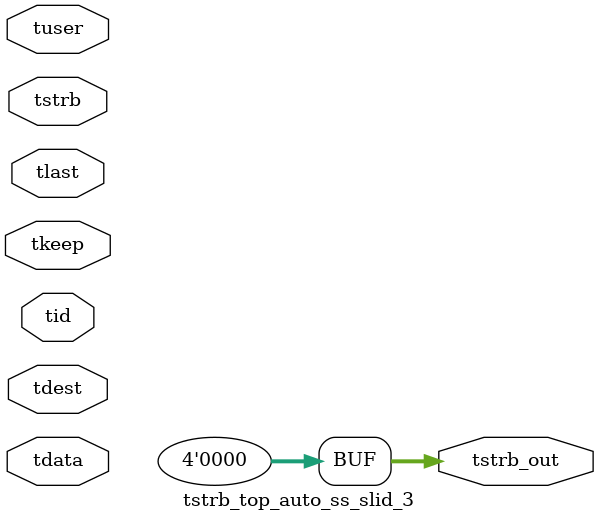
<source format=v>


`timescale 1ps/1ps

module tstrb_top_auto_ss_slid_3 #
(
parameter C_S_AXIS_TDATA_WIDTH = 32,
parameter C_S_AXIS_TUSER_WIDTH = 0,
parameter C_S_AXIS_TID_WIDTH   = 0,
parameter C_S_AXIS_TDEST_WIDTH = 0,
parameter C_M_AXIS_TDATA_WIDTH = 32
)
(
input  [(C_S_AXIS_TDATA_WIDTH == 0 ? 1 : C_S_AXIS_TDATA_WIDTH)-1:0     ] tdata,
input  [(C_S_AXIS_TUSER_WIDTH == 0 ? 1 : C_S_AXIS_TUSER_WIDTH)-1:0     ] tuser,
input  [(C_S_AXIS_TID_WIDTH   == 0 ? 1 : C_S_AXIS_TID_WIDTH)-1:0       ] tid,
input  [(C_S_AXIS_TDEST_WIDTH == 0 ? 1 : C_S_AXIS_TDEST_WIDTH)-1:0     ] tdest,
input  [(C_S_AXIS_TDATA_WIDTH/8)-1:0 ] tkeep,
input  [(C_S_AXIS_TDATA_WIDTH/8)-1:0 ] tstrb,
input                                                                    tlast,
output [(C_M_AXIS_TDATA_WIDTH/8)-1:0 ] tstrb_out
);

assign tstrb_out = {1'b0};

endmodule


</source>
